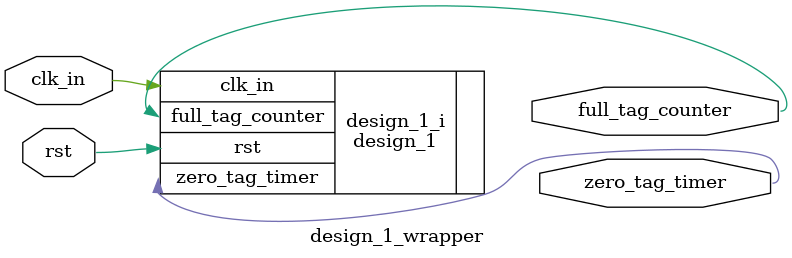
<source format=v>
`timescale 1 ps / 1 ps

module design_1_wrapper
   (clk_in,
    full_tag_counter,
    rst,
    zero_tag_timer);
  input clk_in;
  output full_tag_counter;
  input rst;
  output zero_tag_timer;

  wire clk_in;
  wire full_tag_counter;
  wire rst;
  wire zero_tag_timer;

  design_1 design_1_i
       (.clk_in(clk_in),
        .full_tag_counter(full_tag_counter),
        .rst(rst),
        .zero_tag_timer(zero_tag_timer));
endmodule

</source>
